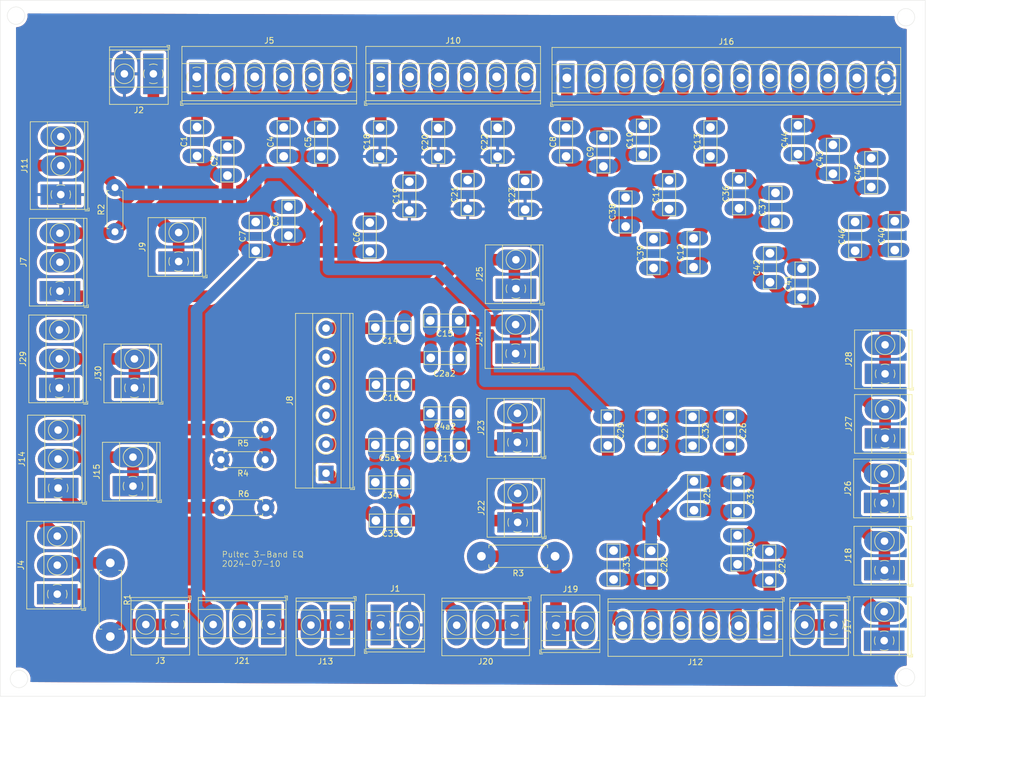
<source format=kicad_pcb>
(kicad_pcb (version 20240108) (generator "pcbnew") (generator_version "8.0")
  (title_block (title "Pultec 3-Band EQ") (date "2024-07-10") (rev "2"))
  (layers (0 "F.Cu" signal) (31 "B.Cu" signal) (34 "B.Paste" user) (35 "F.Paste" user) (36 "B.SilkS" user "B.Silkscreen") (37 "F.SilkS" user "F.Silkscreen") (38 "B.Mask" user) (39 "F.Mask" user) (44 "Edge.Cuts" user))
  (net 0 "")
  (net 1 "Net-(J5-Pin_1)")
  (net 2 "/HI BOOST OUT")
  (net 3 "Net-(J5-Pin_2)")
  (net 4 "Net-(J5-Pin_3)")
  (net 5 "Net-(J5-Pin_4)")
  (net 6 "Net-(J5-Pin_5)")
  (net 7 "Net-(J5-Pin_6)")
  (net 8 "Net-(J10-Pin_1)")
  (net 9 "GND")
  (net 10 "Net-(J10-Pin_2)")
  (net 11 "Net-(J10-Pin_3)")
  (net 12 "Net-(J10-Pin_4)")
  (net 13 "Net-(J10-Pin_5)")
  (net 14 "Net-(J10-Pin_6)")
  (net 15 "/LO BOOST IN")
  (net 16 "Net-(J12-Pin_1)")
  (net 17 "Net-(J12-Pin_2)")
  (net 18 "Net-(J12-Pin_3)")
  (net 19 "Net-(J12-Pin_4)")
  (net 20 "Net-(J12-Pin_5)")
  (net 21 "Net-(J12-Pin_6)")
  (net 22 "/IN")
  (net 23 "/OUT")
  (net 24 "Net-(J3-Pin_1)")
  (net 25 "Net-(J4-Pin_2)")
  (net 26 "Net-(J24-Pin_1)")
  (net 27 "Net-(J8-Pin_5)")
  (net 28 "Net-(J23-Pin_1)")
  (net 29 "Net-(J8-Pin_3)")
  (net 30 "Net-(J22-Pin_1)")
  (net 31 "Net-(J8-Pin_2)")
  (net 32 "Net-(J8-Pin_6)")
  (net 33 "Net-(J25-Pin_1)")
  (net 34 "Net-(J8-Pin_4)")
  (net 35 "Net-(J8-Pin_1)")
  (net 36 "Net-(J19-Pin_1)")
  (net 37 "Net-(J20-Pin_3)")
  (net 38 "Net-(J20-Pin_1)")
  (net 39 "Net-(J16-Pin_1)")
  (net 40 "Net-(J17-Pin_1)")
  (net 41 "Net-(J16-Pin_2)")
  (net 42 "Net-(J16-Pin_3)")
  (net 43 "Net-(J16-Pin_4)")
  (net 44 "Net-(J18-Pin_1)")
  (net 45 "Net-(J16-Pin_5)")
  (net 46 "Net-(J16-Pin_6)")
  (net 47 "Net-(J26-Pin_1)")
  (net 48 "Net-(J16-Pin_7)")
  (net 49 "Net-(J28-Pin_1)")
  (net 50 "Net-(J16-Pin_11)")
  (net 51 "Net-(J16-Pin_8)")
  (net 52 "Net-(J27-Pin_1)")
  (net 53 "Net-(J16-Pin_9)")
  (net 54 "Net-(J16-Pin_10)")
  (net 55 "Net-(J14-Pin_1)")
  (net 56 "Net-(J14-Pin_3)")
  (net 57 "Net-(J14-Pin_2)")
  (net 58 "Net-(J29-Pin_1)")
  (net 59 "/pultec-mid-band/HI BOOST OUT")
  (net 60 "/pultec-mid-band/IN")
  (footprint "OL Library:C_Rect_L7.0mm_W2.0mm_P5.00mm_Fat_Pad" (layer "F.Cu") (at 90.115006 61.3046 90)
    (property "Reference" "C3")
    (property "Value" "4.7n")
  )
  (footprint "OL Library:TerminalBlock_Phoenix_MKDS-1,5-3_1x03_P5.00mm_Horizontal Fat Pad" (layer "F.Cu") (at 129.126 128.4732 180)
    (property "Reference" "J20")
    (property "Value" "Hi  Boost Q")
  )
  (footprint "OL Library:C_Rect_L7.0mm_W2.0mm_P5.00mm_Fat_Pad" (layer "F.Cu") (at 115.943006 47.7412 90)
    (property "Reference" "C20")
    (property "Value" "120n")
  )
  (footprint "TerminalBlock_Phoenix:TerminalBlock_Phoenix_MKDS-1,5-6_1x06_P5.00mm_Horizontal" (layer "F.Cu") (at 96.6018 102.2698 90)
    (property "Reference" "J8")
    (property "Value" "Hi Boost Sel Rtn")
  )
  (footprint "OL Library:C_Rect_L7.0mm_W2.0mm_P5.00mm_Fat_Pad" (layer "F.Cu") (at 173.143806 69.342 90)
    (property "Reference" "C42")
    (property "Value" "1n5")
  )
  (footprint "OL Library:C_Rect_L7.0mm_W2.0mm_P5.00mm_Fat_Pad" (layer "F.Cu") (at 152.668 115.61 -90)
    (property "Reference" "C28")
    (property "Value" "22n")
  )
  (footprint "OL Library:C_Rect_L7.0mm_W2.0mm_P5.00mm_Fat_Pad" (layer "F.Cu") (at 146.183006 115.5992 -90)
    (property "Reference" "C33")
    (property "Value" "2n2")
  )
  (footprint "OL Library:TerminalBlock_Phoenix_MKDS-1,5-3_1x03_P5.00mm_Horizontal Fat Pad" (layer "F.Cu") (at 50.868206 54.2252 90)
    (property "Reference" "J11")
    (property "Value" "Lo Boost Lvl")
  )
  (footprint "OL Library:TerminalBlock_Phoenix_MKDS-1,5-2_1x02_P5.00mm_Horizontal Fat Pad" (layer "F.Cu") (at 129.591 96.9372 90)
    (property "Reference" "J23")
    (property "Value" "200mH")
  )
  (footprint "OL Library:C_Rect_L7.0mm_W2.0mm_P5.00mm_Fat_Pad" (layer "F.Cu") (at 178.579406 71.9836 90)
    (property "Reference" "C41")
    (property "Value" "4n7")
  )
  (footprint "OL Library:C_Rect_L7.0mm_W2.0mm_P5.00mm_Fat_Pad" (layer "F.Cu") (at 74.367006 47.5778 90)
    (property "Reference" "C1")
    (property "Value" "18n")
  )
  (footprint "OL Library:C_Rect_L7.0mm_W2.0mm_P5.00mm_Fat_Pad" (layer "F.Cu") (at 152.787006 92.4852 -90)
    (property "Reference" "C27")
    (property "Value" "22n")
  )
  (footprint "OL Library:TerminalBlock_Phoenix_MKDS-1,5-2_1x02_P5.00mm_Horizontal Fat Pad" (layer "F.Cu") (at 106.0196 128.4224)
    (property "Reference" "J1")
    (property "Value" "IN")
  )
  (footprint "OL Library:C_Rect_L7.0mm_W2.0mm_P5.00mm_Fat_Pad" (layer "F.Cu") (at 160.051406 103.6612 -90)
    (property "Reference" "C25")
    (property "Value" "47n")
  )
  (footprint "OL Library:C_Rect_L7.0mm_W2.0mm_P5.00mm_Fat_Pad" (layer "F.Cu") (at 119.6956 97.4852 180)
    (property "Reference" "C17")
    (property "Value" "1nF")
  )
  (footprint "OL Library:R_Axial_DIN0411_L9.9mm_D3.6mm_P12.70mm_Horizontal Fat Pad" (layer "F.Cu") (at 136.0932 116.586 180)
    (property "Reference" "R3")
    (property "Value" "4K7")
  )
  (footprint "OL Library:C_Rect_L7.0mm_W2.0mm_P5.00mm_Fat_Pad" (layer "F.Cu") (at 155.7528 56.7436 90)
    (property "Reference" "C11")
    (property "Value" "22n")
  )
  (footprint "OL Library:C_Rect_L7.0mm_W2.0mm_P5.00mm_Fat_Pad" (layer "F.Cu") (at 95.758 47.7012 90)
    (property "Reference" "C5")
    (property "Value" "2n2")
  )
  (footprint "OL Library:C_Rect_L7.0mm_W2.0mm_P5.00mm_Fat_Pad" (layer "F.Cu") (at 105.913806 47.6502 90)
    (property "Reference" "C18")
    (property "Value" "330n")
  )
  (footprint "OL Library:C_Rect_L7.0mm_W2.0mm_P5.00mm_Fat_Pad" (layer "F.Cu") (at 173.0248 115.7732 -90)
    (property "Reference" "C24")
    (property "Value" "47n")
  )
  (footprint "OL Library:TerminalBlock_Phoenix_MKDS-1,5-2_1x02_P5.00mm_Horizontal Fat Pad" (layer "F.Cu") (at 66.830206 33.4046 180)
    (property "Reference" "J2")
    (property "Value" "OUT")
  )
  (footprint "OL Library:TerminalBlock_Phoenix_MKDS-1,5-2_1x02_P5.00mm_Horizontal Fat Pad" (layer "F.Cu") (at 71.188206 65.7644 90)
    (property "Reference" "J9")
    (property "Value" "Low Cut Sel Ret")
  )
  (footprint "OL Library:C_Rect_L7.0mm_W2.0mm_P5.00mm_Fat_Pad" (layer "F.Cu") (at 110.196 110.4392 180)
    (property "Reference" "C35")
    (property "Value" "1nF")
  )
  (footprint "OL Library:C_Rect_L7.0mm_W2.0mm_P5.00mm_Fat_Pad" (layer "F.Cu") (at 79.599406 50.9414 90)
    (property "Reference" "C2")
    (property "Value" "10n")
  )
  (footprint "OL Library:TerminalBlock_Phoenix_MKDS-1,5-2_1x02_P5.00mm_Horizontal Fat Pad" (layer "F.Cu") (at 192.8878 118.9844 90)
    (property "Reference" "J18")
    (property "Value" "1H")
  )
  (footprint "OL Library:C_Rect_L7.0mm_W2.0mm_P5.00mm_Fat_Pad" (layer "F.Cu") (at 159.797406 92.536 -90)
    (property "Reference" "C32")
    (property "Value" "10n")
  )
  (footprint "OL Library:TerminalBlock_Phoenix_MKDS-1,5-2_1x02_P5.00mm_Horizontal Fat Pad" (layer "F.Cu") (at 63.568206 87.5576 90)
    (property "Reference" "J30")
    (property "Value" "Mid Sel Snd")
  )
  (footprint "OL Library:C_Rect_L7.0mm_W2.0mm_P5.00mm_Fat_Pad" (layer "F.Cu") (at 110.1052 77.1652 180)
    (property "Reference" "C14")
    (property "Value" "4n7")
  )
  (footprint "OL Library:R_Axial_DIN0207_L6.3mm_D2.5mm_P7.62mm_Horizontal" (layer "F.Cu") (at 60.215406 60.6336 90)
    (property "Reference" "R2")
    (property "Value" "56K")
  )
  (footprint "OL Library:C_Rect_L7.0mm_W2.0mm_P5.00mm_Fat_Pad" (layer "F.Cu") (at 174.0916 58.928 90)
    (property "Reference" "C37")
    (property "Value" "2n2")
  )
  (footprint "OL Library:C_Rect_L7.0mm_W2.0mm_P5.00mm_Fat_Pad" (layer "F.Cu") (at 162.882206 47.6396 90)
    (property "Reference" "C13")
    (property "Value" "12n")
  )
  (footprint "OL Library:TerminalBlock_Phoenix_MKDS-1,5-2_1x02_P5.00mm_Horizontal Fat Pad" (layer "F.Cu") (at 192.8368 107.3912 90)
    (property "Reference" "J26")
    (property "Value" ".45H")
  )
  (footprint "OL Library:C_Rect_L7.0mm_W2.0mm_P5.00mm_Fat_Pad" (layer "F.Cu") (at 148.251806 59.7192 90)
    (property "Reference" "C38")
    (property "Value" "3n3")
  )
  (footprint "OL Library:TerminalBlock_Phoenix_MKDS-1,5-12_1x12_P5.00mm_Horizontal_Fat_Pad" (layer "F.Cu") (at 138.126806 34.1176)
    (property "Reference" "J16")
    (property "Value" "Mid Sel Ret")
  )
  (footprint "OL Library:TerminalBlock_Phoenix_MKDS-1,5-2_1x02_P5.00mm_Horizontal Fat Pad" (layer "F.Cu") (at 184.1208 128.4224 180)
    (property "Reference" "J6" (hide yes))
    (property "Value" "Lo Boost Sel Snd")
  )
  (footprint "OL Library:TerminalBlock_Phoenix_MKDS-1,5-6_1x06_P5.00mm_Horizontal_Fat_Pad" (layer "F.Cu") (at 74.313006 33.9382)
    (property "Reference" "J5")
    (property "Value" "Lo Cut Sel Snd")
  )
  (footprint "OL Library:C_Rect_L7.0mm_W2.0mm_P5.00mm_Fat_Pad" (layer "F.Cu") (at 177.969806 47.2732 90)
    (property "Reference" "C44")
    (property "Value" "2n2")
  )
  (footprint "OL Library:TerminalBlock_Phoenix_MKDS-1,5-2_1x02_P5.00mm_Horizontal Fat Pad" (layer "F.Cu") (at 129.337 70.4596 90)
    (property "Reference" "J25")
    (property "Value" "600mH")
  )
  (footprint "OL Library:C_Rect_L7.0mm_W2.0mm_P5.00mm_Fat_Pad" (layer "F.Cu") (at 110.1052 103.8352 180)
    (property "Reference" "C34")
    (property "Value" "1nF")
  )
  (footprint "OL Library:C_Rect_L7.0mm_W2.0mm_P5.00mm_Fat_Pad" (layer "F.Cu") (at 130.929006 56.8452 90)
    (property "Reference" "C23")
    (property "Value" "33n")
  )
  (footprint "OL Library:C_Rect_L7.0mm_W2.0mm_P5.00mm_Fat_Pad" (layer "F.Cu") (at 183.9976 50.6476 90)
    (property "Reference" "C43")
    (property "Value" "4n7")
  )
  (footprint "OL Library:TerminalBlock_Phoenix_MKDS-1,5-3_1x03_P5.00mm_Horizontal Fat Pad" (layer "F.Cu") (at 50.411006 104.822 90)
    (property "Reference" "J14")
    (property "Value" "Mid bst/cut switch")
  )
  (footprint "OL Library:TerminalBlock_Phoenix_MKDS-1,5-2_1x02_P5.00mm_Horizontal Fat Pad" (layer "F.Cu") (at 192.9894 85.13 90)
    (property "Reference" "J28")
    (property "Value" ".1H")
  )
  (footprint "OL Library:C_Rect_L7.0mm_W2.0mm_P5.00mm_Fat_Pad" (layer "F.Cu") (at 89.302206 47.6394 90)
    (property "Reference" "C4")
    (property "Value" "3n3")
  )
  (footprint "OL Library:C_Rect_L7.0mm_W2.0mm_P5.00mm_Fat_Pad" (layer "F.Cu") (at 167.5524 112.9792 -90)
    (property "Reference" "C30")
    (property "Value" "33n")
  )
  (footprint "OL Library:R_Axial_DIN0207_L6.3mm_D2.5mm_P7.62mm_Horizontal" (layer "F.Cu") (at 86.106 94.742 180)
    (property "Reference" "R5")
    (property "Value" "4K7")
  )
  (footprint "OL Library:C_Rect_L7.0mm_W2.0mm_P5.00mm_Fat_Pad" (layer "F.Cu") (at 144.4244 49.3776 90)
    (property "Reference" "C9")
    (property "Value" "150n")
  )
  (footprint "OL Library:C_Rect_L7.0mm_W2.0mm_P5.00mm_Fat_Pad" (layer "F.Cu") (at 121.023006 56.722 90)
    (property "Reference" "C21")
    (property "Value" "68n")
  )
  (footprint "OL Library:C_Rect_L7.0mm_W2.0mm_P5.00mm_Fat_Pad" (layer "F.Cu") (at 187.825006 63.9356 90)
    (property "Reference" "C46")
    (property "Value" "2n2")
  )
  (footprint "OL Library:C_Rect_L7.0mm_W2.0mm_P5.00mm_Fat_Pad" (layer "F.Cu") (at 151.2316 47.3456 90)
    (property "Reference" "C10")
    (property "Value" "47n")
  )
  (footprint "OL Library:C_Rect_L7.0mm_W2.0mm_P5.00mm_Fat_Pad" (layer "F.Cu") (at 166.249006 92.4852 -90)
    (property "Reference" "C26")
    (property "Value" "47n")
  )
  (footprint "OL Library:TerminalBlock_Phoenix_MKDS-1,5-3_1x03_P5.00mm_Horizontal Fat Pad" (layer "F.Cu") (at 50.614206 87.5576 90)
    (property "Reference" "J29")
    (property "Value" "Mid Lvl (47 Log)")
  )
  (footprint "OL Library:R_Axial_DIN0207_L6.3mm_D2.5mm_P7.62mm_Horizontal" (layer "F.Cu") (at 78.5876 108.204)
    (property "Reference" "R6")
    (property "Value" "1K")
  )
  (footprint "OL Library:TerminalBlock_Phoenix_MKDS-1,5-2_1x02_P5.00mm_Horizontal Fat Pad" (layer "F.Cu") (at 70.527806 128.35 180)
    (property "Reference" "J3")
    (property "Value" "Hi Cut Sel Snd")
  )
  (footprint "OL Library:C_Rect_L7.0mm_W2.0mm_P5.00mm_Fat_Pad" (layer "F.Cu") (at 137.990206 47.6504 90)
    (property "Reference" "C8")
    (property "Value" "33n")
  )
  (footprint "OL Library:TerminalBlock_Phoenix_MKDS-1,5-3_1x03_P5.00mm_Horizontal Fat Pad" (layer "F.Cu") (at 50.258606 123.1176 90)
    (property "Reference" "J4")
    (property "Value" "Hi Cut Lvl")
  )
  (footprint "OL Library:TerminalBlock_Phoenix_MKDS-1,5-2_1x02_P5.00mm_Horizontal Fat Pad" (layer "F.Cu") (at 98.997406 128.4516 180)
    (property "Reference" "J13")
    (property "Value" "Hi Boost Sel Snd")
  )
  (footprint "OL Library:C_Rect_L7.0mm_W2.0mm_P5.00mm_Fat_Pad" (layer "F.Cu") (at 167.5524 103.8352 -90)
    (property "Reference" "C31")
    (property "Value" "10n")
  )
  (footprint "OL Library:TerminalBlock_Phoenix_MKDS-1,5-2_1x02_P5.00mm_Horizontal Fat Pad" (layer "F.Cu") (at 129.6416 110.744 90)
    (property "Reference" "J22")
    (property "Value" "100mH")
  )
  (footprint "OL Library:TerminalBlock_Phoenix_MKDS-1,5-6_1x06_P5.00mm_Horizontal_Fat_Pad" (layer "F.Cu") (at 172.7772 128.5748 180)
    (property "Reference" "J12")
    (property "Value" "Hi Cut Sel Ret")
  )
  (footprint "OL Library:C_Rect_L7.0mm_W2.0mm_P5.00mm_Fat_Pad" (layer "F.Cu") (at 194.6656 63.8048 90)
    (property "Reference" "C40")
    (property "Value" "1n")
  )
  (footprint "OL Library:C_Rect_L7.0mm_W2.0mm_P5.00mm_Fat_Pad" (layer "F.Cu") (at 110.2068 87.0204 180)
    (property "Reference" "C16")
    (property "Value" "3n3")
  )
  (footprint "OL Library:C_Rect_L7.0mm_W2.0mm_P5.00mm_Fat_Pad" (layer "F.Cu") (at 119.594 91.9574 180)
    (property "Reference" "C4a2")
    (property "Value" "1nF")
  )
  (footprint "OL Library:C_Rect_L7.0mm_W2.0mm_P5.00mm_Fat_Pad" (layer "F.Cu") (at 126.183006 47.7012 90)
    (property "Reference" "C22")
    (property "Value" "47n")
  )
  (footprint "OL Library:TerminalBlock_Phoenix_MKDS-1,5-3_1x03_P5.00mm_Horizontal Fat Pad" (layer "F.Cu") (at 50.715806 70.88 90)
    (property "Reference" "J7")
    (property "Value" "Low Cut Lvl")
  )
  (footprint "OL Library:C_Rect_L7.0mm_W2.0mm_P5.00mm_Fat_Pad" (layer "F.Cu") (at 84.476206 63.9462 90)
    (property "Reference" "C7")
    (property "Value" "1n")
  )
  (footprint "OL Library:TerminalBlock_Phoenix_MKDS-1,5-2_1x02_P5.00mm_Horizontal Fat Pad" (layer "F.Cu") (at 136.2456 128.524)
    (property "Reference" "J19")
    (property "Value" "Hi Boost Sel Ret")
  )
  (footprint "OL Library:C_Rect_L7.0mm_W2.0mm_P5.00mm_Fat_Pad" (layer "F.Cu") (at 119.6556 82.3976 180)
    (property "Reference" "C2a2")
    (property "Value" "470pF")
  )
  (footprint "OL Library:C_Rect_L7.0mm_W2.0mm_P5.00mm_Fat_Pad" (layer "F.Cu") (at 167.809806 56.5912 90)
    (property "Reference" "C36")
    (property "Value" "12n")
  )
  (footprint "OL Library:R_Axial_DIN0411_L9.9mm_D3.6mm_P12.70mm_Horizontal Fat Pad" (layer "F.Cu") (at 59.402606 117.7328 -90)
    (property "Reference" "R1")
    (property "Value" "430R")
  )
  (footprint "OL Library:C_Rect_L7.0mm_W2.0mm_P5.00mm_Fat_Pad" (layer "F.Cu") (at 153.077806 66.8928 90)
    (property "Reference" "C39")
    (property "Value" "3n3")
  )
  (footprint "OL Library:C_Rect_L7.0mm_W2.0mm_P5.00mm_Fat_Pad" (layer "F.Cu") (at 145.167006 92.4852 -90)
    (property "Reference" "C29")
    (property "Value" "15n")
  )
  (footprint "OL Library:TerminalBlock_Phoenix_MKDS-1,5-6_1x06_P5.00mm_Horizontal_Fat_Pad" (layer "F.Cu") (at 106.023006 33.9382)
    (property "Reference" "J10")
    (property "Value" "Lo Boost Sel Ret")
  )
  (footprint "OL Library:TerminalBlock_Phoenix_MKDS-1,5-2_1x02_P5.00mm_Horizontal Fat Pad" (layer "F.Cu") (at 192.9892 96.266 90)
    (property "Reference" "J27")
    (property "Value" ".22H")
  )
  (footprint "OL Library:TerminalBlock_Phoenix_MKDS-1,5-2_1x02_P5.00mm_Horizontal Fat Pad" (layer "F.Cu") (at 129.286 81.6356 90)
    (property "Reference" "J24")
    (property "Value" "300mH")
  )
  (footprint "OL Library:C_Rect_L7.0mm_W2.0mm_P5.00mm_Fat_Pad" (layer "F.Cu") (at 110.0944 97.3836 180)
    (property "Reference" "C5a2")
    (property "Value" "1n5")
  )
  (footprint "OL Library:TerminalBlock_Phoenix_MKDS-1,5-2_1x02_P5.00mm_Horizontal Fat Pad" (layer "F.Cu") (at 63.314206 104.4956 90)
    (property "Reference" "J15")
    (property "Value" "Mid Sel Ret")
  )
  (footprint "OL Library:C_Rect_L7.0mm_W2.0mm_P5.00mm_Fat_Pad" (layer "F.Cu") (at 159.9692 66.7512 90)
    (property "Reference" "C12")
    (property "Value" "22n")
  )
  (footprint "OL Library:C_Rect_L7.0mm_W2.0mm_P5.00mm_Fat_Pad" (layer "F.Cu") (at 190.6016 52.9336 90)
    (property "Reference" "C45")
    (property "Value" "4n7")
  )
  (footprint "OL Library:R_Axial_DIN0207_L6.3mm_D2.5mm_P7.62mm_Horizontal" (layer "F.Cu") (at 86.106 99.9236 180)
    (property "Reference" "R4")
    (property "Value" "100K")
  )
  (footprint "OL Library:C_Rect_L7.0mm_W2.0mm_P5.00mm_Fat_Pad" (layer "F.Cu") (at 119.5648 75.946 180)
    (property "Reference" "C15")
    (property "Value" "4n7")
  )
  (footprint "OL Library:TerminalBlock_Phoenix_MKDS-1,5-3_1x03_P5.00mm_Horizontal Fat Pad" (layer "F.Cu") (at 87.139406 128.35 180)
    (property "Reference" "J21")
    (property "Value" "Hi Boost Lvl")
  )
  (footprint "OL Library:TerminalBlock_Phoenix_MKDS-1,5-2_1x02_P5.00mm_Horizontal Fat Pad" (layer "F.Cu") (at 192.8368 131.1364 90)
    (property "Reference" "J17")
    (property "Value" "2H")
  )
  (footprint "OL Library:C_Rect_L7.0mm_W2.0mm_P5.00mm_Fat_Pad" (layer "F.Cu") (at 104.14 64.0588 90)
    (property "Reference" "C6")
    (property "Value" "1n8")
  )
  (footprint "OL Library:C_Rect_L7.0mm_W2.0mm_P5.00mm_Fat_Pad" (layer "F.Cu") (at 110.964606 56.9868 90)
    (property "Reference" "C19")
    (property "Value" "220n")
  )
  (gr_circle (center 43.655231 137.7428) (end 45.155231 137.7428) (stroke (width 0.05)) (fill none) (layer "Edge.Cuts"))
  (gr_circle (center 43.147231 23.368) (end 44.647231 23.368) (stroke (width 0.05)) (fill none) (layer "Edge.Cuts"))
  (gr_circle (center 196.596 23.6488) (end 198.096 23.6488) (stroke (width 0.05)) (fill none) (layer "Edge.Cuts"))
  (gr_circle (center 196.596 137.4648) (end 198.096 137.4648) (stroke (width 0.05)) (fill none) (layer "Edge.Cuts"))
  (gr_rect (start 40.4368 20.7264) (end 199.8984 140.7264) (stroke (width 0.05)) (fill none) (layer "Edge.Cuts"))
  (gr_text "Pultec 3-Band EQ\n2024-07-10" (at 94.3356 119.126 0) (layer "F.Cu") (effects (font (size 1.5 1.5) (thickness 0.3) (bold yes)) (justify left bottom)))
  (gr_text "Pultec 3-Band EQ\n2024-07-10" (at 78.5876 118.4656 0) (layer "F.SilkS") (effects (font (size 1 1) (thickness 0.1)) (justify left bottom)))
  (segment (start 74.367006 33.9922) (end 74.313006 33.9382) (width 2) (layer "F.Cu") (net 1))
  (segment (start 74.367006 42.5778) (end 74.367006 33.9922) (width 2) (layer "F.Cu") (net 1))
  (segment (start 92.919806 64.1094) (end 104.0894 64.1094) (width 2) (layer "F.Cu") (net 2))
  (segment (start 77.139406 128.35) (end 77.139406 126.35) (width 2) (layer "F.Cu") (net 2))
  (segment (start 83.226206 63.9462) (end 84.476206 63.9462) (width 2) (layer "F.Cu") (net 2))
  (segment (start 95.758 47.7012) (end 96.012 47.9552) (width 2) (layer "F.Cu") (net 2))
  (segment (start 50.715806 70.88) (end 51.589406 71.7536) (width 2) (layer "F.Cu") (net 2))
  (segment (start 73.907006 123.1176) (end 50.258606 123.1176) (width 2) (layer "F.Cu") (net 2))
  (segment (start 79.599406 60.3194) (end 83.226206 63.9462) (width 2) (layer "F.Cu") (net 2))
  (segment (start 76.668806 71.7536) (end 84.476206 63.9462) (width 2) (layer "F.Cu") (net 2))
  (segment (start 89.302206 47.6394) (end 95.6962 47.6394) (width 2) (layer "F.Cu") (net 2))
  (segment (start 84.476206 63.9462) (end 87.473406 63.9462) (width 2) (layer "F.Cu") (net 2))
  (segment (start 77.139406 126.35) (end 73.907006 123.1176) (width 2) (layer "F.Cu") (net 2))
  (segment (start 95.6962 47.6394) (end 95.758 47.7012) (width 2) (layer "F.Cu") (net 2))
  (segment (start 51.589406 71.7536) (end 76.668806 71.7536) (width 2) (layer "F.Cu") (net 2))
  (segment (start 91.983806 61.3046) (end 90.115006 61.3046) (width 2) (layer "F.Cu") (net 2))
  (segment (start 79.599406 50.9414) (end 79.599406 60.3194) (width 2) (layer "F.Cu") (net 2))
  (segment (start 87.473406 63.9462) (end 90.115006 61.3046) (width 2) (layer "F.Cu") (net 2))
  (segment (start 96.012 47.9552) (end 96.012 57.276406) (width 2) (layer "F.Cu") (net 2))
  (segment (start 96.012 57.276406) (end 91.983806 61.3046) (width 2) (layer "F.Cu") (net 2))
  (segment (start 90.115006 61.3046) (end 92.919806 64.1094) (width 2) (layer "F.Cu") (net 2))
  (segment (start 104.0894 64.1094) (end 104.14 64.0588) (width 2) (layer "F.Cu") (net 2))
  (segment (start 77.730606 50.9414) (end 79.599406 50.9414) (width 2) (layer "F.Cu") (net 2))
  (segment (start 74.367006 47.5778) (end 77.730606 50.9414) (width 2) (layer "F.Cu") (net 2))
  (segment (start 74.277806 74.1446) (end 84.476206 63.9462) (width 2) (layer "B.Cu") (net 2))
  (segment (start 77.139406 128.35) (end 77.0928 128.35) (width 2) (layer "B.Cu") (net 2))
  (segment (start 77.0928 128.35) (end 74.277806 125.535006) (width 2) (layer "B.Cu") (net 2))
  (segment (start 74.277806 125.535006) (end 74.277806 74.1446) (width 2) (layer "B.Cu") (net 2))
  (segment (start 79.599406 34.2246) (end 79.313006 33.9382) (width 2) (layer "F.Cu") (net 3))
  (segment (start 79.599406 45.9414) (end 79.599406 34.2246) (width 2) (layer "F.Cu") (net 3))
  (segment (start 84.476206 34.1014) (end 84.313006 33.9382) (width 2) (layer "F.Cu") (net 4))
  (segment (start 84.476206 58.9462) (end 84.476206 34.1014) (width 2) (layer "F.Cu") (net 4))
  (segment (start 87.117806 56.3046) (end 90.115006 56.3046) (width 2) (layer "F.Cu") (net 4))
  (segment (start 84.476206 58.9462) (end 87.117806 56.3046) (width 2) (layer "F.Cu") (net 4))
  (segment (start 89.302206 42.6394) (end 89.302206 33.949) (width 2) (layer "F.Cu") (net 5))
  (segment (start 89.302206 33.949) (end 89.313006 33.9382) (width 2) (layer "F.Cu") (net 5))
  (segment (start 94.313006 41.256206) (end 95.758 42.7012) (width 2) (layer "F.Cu") (net 6))
  (segment (start 94.313006 33.9382) (end 94.313006 41.256206) (width 2) (layer "F.Cu") (net 6))
  (segment (start 101.913806 48.789287) (end 104.14 51.015481) (width 2) (layer "F.Cu") (net 7))
  (segment (start 102.0064 36.631594) (end 101.913806 36.724188) (width 2) (layer "F.Cu") (net 7))
  (segment (start 101.913806 36.724188) (end 101.913806 48.789287) (width 2) (layer "F.Cu") (net 7))
  (segment (start 104.14 51.015481) (end 104.14 59.0588) (width 2) (layer "F.Cu") (net 7))
  (segment (start 99.313006 33.9382) (end 102.0064 36.631594) (width 2) (layer "F.Cu") (net 7))
  (segment (start 106.023006 42.541) (end 105.913806 42.6502) (width 2) (layer "F.Cu") (net 8))
  (segment (start 106.023006 33.9382) (end 106.023006 42.541) (width 2) (layer "F.Cu") (net 8))
  (segment (start 109.714606 56.9868) (end 110.964606 56.9868) (width 2) (layer "F.Cu") (net 9))
  (segment (start 111.8108 56.9868) (end 110.964606 56.9868) (width 2) (layer "F.Cu") (net 9))
  (segment (start 111.023006 51.9284) (end 110.964606 51.9868) (width 2) (layer "F.Cu") (net 10))
  (segment (start 111.023006 33.9382) (end 111.023006 51.9284) (width 2) (layer "F.Cu") (net 10))
  (segment (start 116.023006 33.9382) (end 116.023006 42.6612) (width 2) (layer "F.Cu") (net 11))
  (segment (start 116.023006 42.6612) (end 115.943006 42.7412) (width 2) (layer "F.Cu") (net 11))
  (segment (start 121.023006 33.9382) (end 121.023006 51.722) (width 2) (layer "F.Cu") (net 12))
  (segment (start 126.023006 33.9382) (end 126.023006 42.5412) (width 2) (layer "F.Cu") (net 13))
  (segment (start 126.023006 42.5412) (end 126.183006 42.7012) (width 2) (layer "F.Cu") (net 13))
  (segment (start 131.023006 33.9382) (end 131.023006 51.7512) (width 2) (layer "F.Cu") (net 14))
  (segment (start 131.023006 51.7512) (end 130.929006 51.8452) (width 2) (layer "F.Cu") (net 14))
  (segment (start 179.1208 128.4224) (end 179.1208 119.8692) (width 2) (layer "F.Cu") (net 15))
  (segment (start 159.797406 92.536) (end 164.2288 92.536) (width 2) (layer "F.Cu") (net 15))
  (segment (start 168.513406 103.8352) (end 171.176606 101.172) (width 2) (layer "F.Cu") (net 15))
  (segment (start 152.6572 115.5992) (end 146.183006 115.5992) (width 2) (layer "F.Cu") (net 15))
  (segment (start 145.167006 92.4852) (end 152.787006 92.4852) (width 2) (layer "F.Cu") (net 15))
  (segment (start 167.5524 112.9792) (end 169.254594 112.9792) (width 2) (layer "F.Cu") (net 15))
  (segment (start 56.833406 49.2252) (end 50.868206 49.2252) (width 2) (layer "F.Cu") (net 15))
  (segment (start 50.258606 113.1176) (end 44.365806 107.2248) (width 2) (layer "F.Cu") (net 15))
  (segment (start 60.215406 52.6072) (end 56.833406 49.2252) (width 2) (layer "F.Cu") (net 15))
  (segment (start 164.2796 92.4852) (end 166.249006 92.4852) (width 2) (layer "F.Cu") (net 15))
  (segment (start 171.176606 101.172) (end 171.176606 95.664687) (width 2) (layer "F.Cu") (net 15))
  (segment (start 179.1208 119.8692) (end 175.0248 115.7732) (width 2) (layer "F.Cu") (net 15))
  (segment (start 164.2288 92.536) (end 164.2796 92.4852) (width 2) (layer "F.Cu") (net 15))
  (segment (start 167.3784 103.6612) (end 167.5524 103.8352) (width 2) (layer "F.Cu") (net 15))
  (segment (start 145.319406 92.3328) (end 145.167006 92.4852) (width 2) (layer "F.Cu") (net 15))
  (segment (start 169.8892 103.8352) (end 167.5524 103.8352) (width 2) (layer "F.Cu") (net 15))
  (segment (start 167.997119 92.4852) (end 166.249006 92.4852) (width 2) (layer "F.Cu") (net 15))
  (segment (start 44.365806 51.4776) (end 46.618206 49.2252) (width 2) (layer "F.Cu") (net 15))
  (segment (start 171.176606 95.664687) (end 167.997119 92.4852) (width 2) (layer "F.Cu") (net 15))
  (segment (start 152.668 115.61) (end 152.6572 115.5992) (width 2) (layer "F.Cu") (net 15))
  (segment (start 50.868206 44.2252) (end 50.868206 49.2252) (width 2) (layer "F.Cu") (net 15))
  (segment (start 173.0248 115.7732) (end 170.2308 112.9792) (width 2) (layer "F.Cu") (net 15))
  (segment (start 160.051406 103.6612) (end 167.3784 103.6612) (width 2) (layer "F.Cu") (net 15))
  (segment (start 167.5524 103.8352) (end 168.513406 103.8352) (width 2) (layer "F.Cu") (net 15))
  (segment (start 175.0248 115.7732) (end 173.0248 115.7732) (width 2) (layer "F.Cu") (net 15))
  (segment (start 184.1208 128.4224) (end 179.1208 128.4224) (width 2) (layer "F.Cu") (net 15))
  (segment (start 172.1752 110.058594) (end 172.1752 106.1212) (width 2) (layer "F.Cu") (net 15))
  (segment (start 152.837806 92.536) (end 159.797406 92.536) (width 2) (layer "F.Cu") (net 15))
  (segment (start 152.787006 92.4852) (end 152.837806 92.536) (width 2) (layer "F.Cu") (net 15))
  (segment (start 44.365806 107.2248) (end 44.365806 51.4776) (width 2) (layer "F.Cu") (net 15))
  (segment (start 169.254594 112.9792) (end 172.1752 110.058594) (width 2) (layer "F.Cu") (net 15))
  (segment (start 46.618206 49.2252) (end 50.868206 49.2252) (width 2) (layer "F.Cu") (net 15))
  (segment (start 170.2308 112.9792) (end 167.5524 112.9792) (width 2) (layer "F.Cu") (net 15))
  (segment (start 172.1752 106.1212) (end 169.8892 103.8352) (width 2) (layer "F.Cu") (net 15))
  (segment (start 60.215406 53.0136) (end 60.215406 52.6072) (width 2) (layer "F.Cu") (net 15))
  (segment (start 89.343093 50.3936) (end 85.9934 50.3936) (width 2) (layer "B.Cu") (net 15))
  (segment (start 158.801406 103.6612) (end 160.051406 103.6612) (width 2) (layer "B.Cu") (net 15))
  (segment (start 139.079406 86.3976) (end 124.016513 86.3976) (width 2) (layer "B.Cu") (net 15))
  (segment (start 115.864687 67.1068) (end 97.044012 67.1068) (width 2) (layer "B.Cu") (net 15))
  (segment (start 124.016513 86.3976) (end 124.016513 75.258626) (width 2) (layer "B.Cu") (net 15))
  (segment (start 97.044012 67.1068) (end 97.044012 58.094519) (width 2) (layer "B.Cu") (net 15))
  (segment (start 174.478606 115.8024) (end 174.173806 115.8024) (width 2) (layer "B.Cu") (net 15))
  (segment (start 152.668 109.794606) (end 158.801406 103.6612) (width 2) (layer "B.Cu") (net 15))
  (segment (start 124.016513 75.258626) (end 115.864687 67.1068) (width 2) (layer "B.Cu") (net 15))
  (segment (start 97.044012 58.094519) (end 89.343093 50.3936) (width 2) (layer "B.Cu") (net 15))
  (segment (start 145.167006 92.4852) (end 139.079406 86.3976) (width 2) (layer "B.Cu") (net 15))
  (segment (start 60.88 53.0136) (end 60.215406 53.0136) (width 2) (layer "B.Cu") (net 15))
  (segment (start 152.668 115.61) (end 152.668 109.794606) (width 2) (layer "B.Cu") (net 15))
  (segment (start 62.0578 54.1914) (end 60.88 53.0136) (width 2) (layer "B.Cu") (net 15))
  (segment (start 82.1956 54.1914) (end 62.0578 54.1914) (width 2) (layer "B.Cu") (net 15))
  (segment (start 85.9934 50.3936) (end 82.1956 54.1914) (width 2) (layer "B.Cu") (net 15))
  (segment (start 173.0248 128.3272) (end 172.7772 128.5748) (width 2) (layer "F.Cu") (net 16))
  (segment (start 167.5524 117.9792) (end 170.3464 120.7732) (width 2) (layer "F.Cu") (net 16))
  (segment (start 170.3464 120.7732) (end 173.0248 120.7732) (width 2) (layer "F.Cu") (net 16))
  (segment (start 173.0248 120.7732) (end 173.0248 128.3272) (width 2) (layer "F.Cu") (net 16))
  (segment (start 167.2956 128.0932) (end 167.2956 123.568594) (width 2) (layer "F.Cu") (net 17))
  (segment (start 163.0524 111.633006) (end 165.850206 108.8352) (width 2) (layer "F.Cu") (net 17))
  (segment (start 163.0524 119.325394) (end 163.0524 111.633006) (width 2) (layer "F.Cu") (net 17))
  (segment (start 164.9908 108.6612) (end 160.051406 108.6612) (width 2) (layer "F.Cu") (net 17))
  (segment (start 167.2956 123.568594) (end 163.0524 119.325394) (width 2) (layer "F.Cu") (net 17))
  (segment (start 165.850206 108.8352) (end 167.5524 108.8352) (width 2) (layer "F.Cu") (net 17))
  (segment (start 165.1648 108.8352) (end 164.9908 108.6612) (width 2) (layer "F.Cu") (net 17))
  (segment (start 167.7772 128.5748) (end 167.2956 128.0932) (width 2) (layer "F.Cu") (net 17))
  (segment (start 167.5524 108.8352) (end 165.1648 108.8352) (width 2) (layer "F.Cu") (net 17))
  (segment (start 166.249006 99.7204) (end 166.249006 97.4852) (width 2) (layer "F.Cu") (net 18))
  (segment (start 160.0524 114.319779) (end 154.474206 108.741585) (width 2) (layer "F.Cu") (net 18))
  (segment (start 157.714606 100.7656) (end 165.203806 100.7656) (width 2) (layer "F.Cu") (net 18))
  (segment (start 160.0524 120.568034) (end 160.0524 114.319779) (width 2) (layer "F.Cu") (net 18))
  (segment (start 154.474206 104.006) (end 157.714606 100.7656) (width 2) (layer "F.Cu") (net 18))
  (segment (start 162.7772 128.5748) (end 162.7772 123.292834) (width 2) (layer "F.Cu") (net 18))
  (segment (start 154.474206 108.741585) (end 154.474206 104.006) (width 2) (layer "F.Cu") (net 18))
  (segment (start 165.203806 100.7656) (end 166.249006 99.7204) (width 2) (layer "F.Cu") (net 18))
  (segment (start 162.7772 123.292834) (end 160.0524 120.568034) (width 2) (layer "F.Cu") (net 18))
  (segment (start 157.0524 114.855313) (end 151.974206 109.777119) (width 2) (layer "F.Cu") (net 19))
  (segment (start 157.7772 128.5748) (end 157.7772 122.535475) (width 2) (layer "F.Cu") (net 19))
  (segment (start 157.7772 122.535475) (end 157.0524 121.810675) (width 2) (layer "F.Cu") (net 19))
  (segment (start 151.974206 109.777119) (end 151.974206 102.970466) (width 2) (layer "F.Cu") (net 19))
  (segment (start 157.408672 97.536) (end 159.797406 97.536) (width 2) (layer "F.Cu") (net 19))
  (segment (start 157.4432 97.4852) (end 152.787006 97.4852) (width 2) (layer "F.Cu") (net 19))
  (segment (start 151.974206 102.970466) (end 157.408672 97.536) (width 2) (layer "F.Cu") (net 19))
  (segment (start 159.797406 97.536) (end 157.494 97.536) (width 2) (layer "F.Cu") (net 19))
  (segment (start 157.494 97.536) (end 157.4432 97.4852) (width 2) (layer "F.Cu") (net 19))
  (segment (start 157.0524 121.810675) (end 157.0524 114.855313) (width 2) (layer "F.Cu") (net 19))
  (segment (start 152.668 120.61) (end 151.7428 120.61) (width 2) (layer "F.Cu") (net 20))
  (segment (start 151.732 120.5992) (end 146.183006 120.5992) (width 2) (layer "F.Cu") (net 20))
  (segment (start 152.7772 128.5748) (end 152.7772 120.7192) (width 2) (layer "F.Cu") (net 20))
  (segment (start 152.7772 120.7192) (end 152.668 120.61) (width 2) (layer "F.Cu") (net 20))
  (segment (start 151.7428 120.61) (end 151.732 120.5992) (width 2) (layer "F.Cu") (net 20))
  (segment (start 141.407806 122.205406) (end 141.407806 109.989588) (width 2) (layer "F.Cu") (net 21))
  (segment (start 145.167006 106.230388) (end 145.167006 97.4852) (width 2) (layer "F.Cu") (net 21))
  (segment (start 147.7772 128.5748) (end 141.407806 122.205406) (width 2) (layer "F.Cu") (net 21))
  (segment (start 141.407806 109.989588) (end 145.167006 106.230388) (width 2) (layer "F.Cu") (net 21))
  (segment (start 106.0196 128.4224) (end 99.026606 128.4224) (width 2) (layer "F.Cu") (net 22))
  (segment (start 93.895806 128.35) (end 93.997406 128.4516) (width 2) (layer "F.Cu") (net 22))
  (segment (start 87.139406 128.35) (end 93.895806 128.35) (width 2) (layer "F.Cu") (net 22))
  (segment (start 99.026606 128.4224) (end 98.997406 128.4516) (width 2) (layer "F.Cu") (net 22))
  (segment (start 98.997406 128.4516) (end 93.997406 128.4516) (width 2) (layer "F.Cu") (net 22))
  (segment (start 71.188206 65.7644) (end 71.188206 60.7644) (width 2) (layer "F.Cu") (net 23))
  (segment (start 71.188206 60.7644) (end 70.150606 60.7644) (width 2) (layer "F.Cu") (net 23))
  (segment (start 59.969006 60.88) (end 60.215406 60.6336) (width 2) (layer "F.Cu") (net 23))
  (segment (start 50.715806 60.88) (end 59.969006 60.88) (width 2) (layer "F.Cu") (net 23))
  (segment (start 60.215406 60.6336) (end 65.117606 55.7314) (width 2) (layer "F.Cu") (net 23))
  (segment (start 65.117606 55.7314) (end 66.830206 54.0188) (width 2) (layer "F.Cu") (net 23))
  (segment (start 66.830206 54.0188) (end 66.830206 33.4046) (width 2) (layer "F.Cu") (net 23))
  (segment (start 70.150606 60.7644) (end 65.117606 55.7314) (width 2) (layer "F.Cu") (net 23))
  (segment (start 50.715806 65.88) (end 50.715806 60.88) (width 2) (layer "F.Cu") (net 23))
  (segment (start 70.527806 128.35) (end 65.527806 128.35) (width 2) (layer "F.Cu") (net 24))
  (segment (start 65.527806 128.35) (end 61.485406 128.35) (width 2) (layer "F.Cu") (net 24))
  (segment (start 61.485406 128.35) (end 59.402606 130.4328) (width 2) (layer "F.Cu") (net 24))
  (segment (start 70.527806 128.35) (end 70.527806 128.100194) (width 2) (layer "B.Cu") (net 24))
  (segment (start 70.527806 128.100194) (end 70.612 128.016) (width 2) (layer "B.Cu") (net 24))
  (segment (start 59.402606 117.7328) (end 50.643406 117.7328) (width 2) (layer "F.Cu") (net 25))
  (segment (start 50.643406 117.7328) (end 50.258606 118.1176) (width 2) (layer "F.Cu") (net 25))
  (segment (start 119.6556 82.3976) (end 119.6556 76.0368) (width 2) (layer "F.Cu") (net 26))
  (segment (start 128.5964 75.946) (end 129.286 76.6356) (width 2) (layer "F.Cu") (net 26))
  (segment (start 110.2068 87.0204) (end 117.0328 87.0204) (width 2) (layer "F.Cu") (net 26))
  (segment (start 119.5648 75.946) (end 128.5964 75.946) (width 2) (layer "F.Cu") (net 26))
  (segment (start 117.0328 87.0204) (end 119.6556 84.3976) (width 2) (layer "F.Cu") (net 26))
  (segment (start 119.6556 84.3976) (end 119.6556 82.3976) (width 2) (layer "F.Cu") (net 26))
  (segment (start 129.286 76.6356) (end 129.286 81.6356) (width 2) (layer "F.Cu") (net 26))
  (segment (start 119.6556 76.0368) (end 119.5648 75.946) (width 2) (layer "F.Cu") (net 26))
  (segment (start 114.5324 82.2744) (end 114.6556 82.3976) (width 2) (layer "F.Cu") (net 27))
  (segment (start 114.6556 82.3976) (end 114.6556 76.0368) (width 2) (layer "F.Cu") (net 27))
  (segment (start 96.6064 82.2744) (end 114.5324 82.2744) (width 2) (layer "F.Cu") (net 27))
  (segment (start 114.6556 76.0368) (end 114.5648 75.946) (width 2) (layer "F.Cu") (net 27))
  (segment (start 96.6018 82.2698) (end 96.6064 82.2744) (width 2) (layer "F.Cu") (net 27))
  (segment (start 119.594 91.9574) (end 119.594 97.3836) (width 2) (layer "F.Cu") (net 28))
  (segment (start 119.594 97.3836) (end 119.6956 97.4852) (width 2) (layer "F.Cu") (net 28))
  (segment (start 129.591 91.9372) (end 129.591 96.9372) (width 2) (layer "F.Cu") (net 28))
  (segment (start 129.043 97.4852) (end 129.591 96.9372) (width 2) (layer "F.Cu") (net 28))
  (segment (start 119.6956 97.4852) (end 129.043 97.4852) (width 2) (layer "F.Cu") (net 28))
  (segment (start 96.6064 92.2744) (end 114.277 92.2744) (width 2) (layer "F.Cu") (net 29))
  (segment (start 114.594 91.9574) (end 114.594 97.3836) (width 2) (layer "F.Cu") (net 29))
  (segment (start 96.6018 92.2698) (end 96.6064 92.2744) (width 2) (layer "F.Cu") (net 29))
  (segment (start 114.277 92.2744) (end 114.594 91.9574) (width 2) (layer "F.Cu") (net 29))
  (segment (start 114.594 97.3836) (end 114.6956 97.4852) (width 2) (layer "F.Cu") (net 29))
  (segment (start 110.1052 110.3484) (end 110.196 110.4392) (width 2) (layer "F.Cu") (net 30))
  (segment (start 110.196 110.4392) (end 129.3368 110.4392) (width 2) (layer "F.Cu") (net 30))
  (segment (start 110.0944 97.3836) (end 110.0944 103.8244) (width 2) (layer "F.Cu") (net 30))
  (segment (start 129.6416 110.744) (end 129.6416 105.744) (width 2) (layer "F.Cu") (net 30))
  (segment (start 110.1052 103.8352) (end 110.1052 110.3484) (width 2) (layer "F.Cu") (net 30))
  (segment (start 129.3368 110.4392) (end 129.6416 110.744) (width 2) (layer "F.Cu") (net 30))
  (segment (start 110.0944 103.8244) (end 110.1052 103.8352) (width 2) (layer "F.Cu") (net 30))
  (segment (start 96.6064 97.2744) (end 104.9852 97.2744) (width 2) (layer "F.Cu") (net 31))
  (segment (start 105.0944 97.3836) (end 105.0944 103.8244) (width 2) (layer "F.Cu") (net 31))
  (segment (start 105.0944 103.8244) (end 105.1052 103.8352) (width 2) (layer "F.Cu") (net 31))
  (segment (start 104.9852 97.2744) (end 105.0944 97.3836) (width 2) (layer "F.Cu") (net 31))
  (segment (start 96.6018 97.2698) (end 96.6064 97.2744) (width 2) (layer "F.Cu") (net 31))
  (segment (start 96.6018 77.2698) (end 96.6064 77.2744) (width 2) (layer "F.Cu") (net 32))
  (segment (start 96.6064 77.2744) (end 104.996 77.2744) (width 2) (layer "F.Cu") (net 32))
  (segment (start 104.996 77.2744) (end 105.1052 77.1652) (width 2) (layer "F.Cu") (net 32))
  (segment (start 129.0828 65.4596) (end 129.0828 70.4596) (width 2) (layer "F.Cu") (net 33))
  (segment (start 110.1052 75.1652) (end 119.8108 65.4596) (width 2) (layer "F.Cu") (net 33))
  (segment (start 119.8108 65.4596) (end 129.337 65.4596) (width 2) (layer "F.Cu") (net 33))
  (segment (start 110.1052 77.1652) (end 110.1052 75.1652) (width 2) (layer "F.Cu") (net 33))
  (segment (start 105.2068 87.0204) (end 96.8512 87.0204) (width 2) (layer "F.Cu") (net 34))
  (segment (start 96.8512 87.0204) (end 96.6018 87.2698) (width 2) (layer "F.Cu") (net 34))
  (segment (start 97.0266 102.2698) (end 105.196 110.4392) (width 2) (layer "F.Cu") (net 35))
  (segment (start 96.6018 102.2698) (end 97.0266 102.2698) (width 2) (layer "F.Cu") (net 35))
  (segment (start 136.0932 116.586) (end 136.2456 116.4336) (width 2) (layer "F.Cu") (net 36))
  (segment (start 141.2456 128.524) (end 136.2456 128.524) (width 2) (layer "F.Cu") (net 36))
  (segment (start 136.2456 116.4336) (end 136.2456 128.524) (width 2) (layer "F.Cu") (net 36))
  (segment (start 84.228606 122.0108) (end 82.139406 124.1) (width 2) (layer "F.Cu") (net 37))
  (segment (start 119.126 126.4732) (end 114.6636 122.0108) (width 2) (layer "F.Cu") (net 37))
  (segment (start 114.6636 122.0108) (end 84.228606 122.0108) (width 2) (layer "F.Cu") (net 37))
  (segment (start 82.139406 124.1) (end 82.139406 128.35) (width 2) (layer "F.Cu") (net 37))
  (segment (start 119.126 128.4732) (end 119.126 126.4732) (width 2) (layer "F.Cu") (net 37))
  (segment (start 129.126 128.4732) (end 124.126 128.4732) (width 2) (layer "F.Cu") (net 38))
  (segment (start 131.5352 119.648) (end 128.4732 116.586) (width 2) (layer "F.Cu") (net 38))
  (segment (start 128.4732 116.586) (end 123.3932 116.586) (width 2) (layer "F.Cu") (net 38))
  (segment (start 131.5352 119.648) (end 131.5352 126.064) (width 2) (layer "F.Cu") (net 38))
  (segment (start 131.5352 126.064) (end 129.126 128.4732) (width 2) (layer "F.Cu") (net 38))
  (segment (start 138.126806 34.1176) (end 138.126806 42.5138) (width 2) (layer "F.Cu") (net 39))
  (segment (start 138.126806 42.5138) (end 137.990206 42.6504) (width 2) (layer "F.Cu") (net 39))
  (segment (start 148.495006 47.3456) (end 146.463006 49.3776) (width 2) (layer "F.Cu") (net 40))
  (segment (start 139.717406 49.3776) (end 144.4244 49.3776) (width 2) (layer "F.Cu") (net 40))
  (segment (start 192.0748 126.4412) (end 174.6752 109.0416) (width 2) (layer "F.Cu") (net 40))
  (segment (start 144.251806 55.858287) (end 148.112719 59.7192) (width 2) (layer "F.Cu") (net 40))
  (segment (start 192.8368 131.1364) (end 192.8368 126.1364) (width 2) (layer "F.Cu") (net 40))
  (segment (start 148.112719 59.7192) (end 148.251806 59.7192) (width 2) (layer "F.Cu") (net 40))
  (segment (start 148.251806 67.205887) (end 148.251806 59.7192) (width 2) (layer "F.Cu") (net 40))
  (segment (start 192.8368 126.1364) (end 192.3796 126.1364) (width 2) (layer "F.Cu") (net 40))
  (segment (start 146.463006 49.3776) (end 144.4244 49.3776) (width 2) (layer "F.Cu") (net 40))
  (segment (start 192.3796 126.1364) (end 192.0748 126.4412) (width 2) (layer "F.Cu") (net 40))
  (segment (start 144.4244 49.3776) (end 144.251806 49.550194) (width 2) (layer "F.Cu") (net 40))
  (segment (start 174.6752 109.0416) (end 174.6752 93.629281) (width 2) (layer "F.Cu") (net 40))
  (segment (start 174.6752 93.629281) (end 148.251806 67.205887) (width 2) (layer "F.Cu") (net 40))
  (segment (start 150.001806 57.9692) (end 154.5272 57.9692) (width 2) (layer "F.Cu") (net 40))
  (segment (start 154.5272 57.9692) (end 155.7528 56.7436) (width 2) (layer "F.Cu") (net 40))
  (segment (start 137.990206 47.6504) (end 139.717406 49.3776) (width 2) (layer "F.Cu") (net 40))
  (segment (start 151.2316 47.3456) (end 148.495006 47.3456) (width 2) (layer "F.Cu") (net 40))
  (segment (start 144.251806 49.550194) (end 144.251806 55.858287) (width 2) (layer "F.Cu") (net 40))
  (segment (start 148.251806 59.7192) (end 150.001806 57.9692) (width 2) (layer "F.Cu") (net 40))
  (segment (start 143.126806 43.080006) (end 144.4244 44.3776) (width 2) (layer "F.Cu") (net 41))
  (segment (start 143.126806 34.1176) (end 143.126806 43.080006) (width 2) (layer "F.Cu") (net 41))
  (segment (start 148.126806 39.240806) (end 151.2316 42.3456) (width 2) (layer "F.Cu") (net 42))
  (segment (start 148.126806 34.1176) (end 148.126806 39.240806) (width 2) (layer "F.Cu") (net 42))
  (segment (start 155.4988 51.4896) (end 155.7528 51.7436) (width 2) (layer "F.Cu") (net 43))
  (segment (start 155.4988 36.489594) (end 155.4988 51.4896) (width 2) (layer "F.Cu") (net 43))
  (segment (start 153.126806 34.1176) (end 155.4988 36.489594) (width 2) (layer "F.Cu") (net 43))
  (segment (start 155.7528 51.7436) (end 151.227406 51.7436) (width 2) (layer "F.Cu") (net 43))
  (segment (start 151.227406 51.7436) (end 148.251806 54.7192) (width 2) (layer "F.Cu") (net 43))
  (segment (start 155.476206 66.8928) (end 155.617806 66.7512) (width 2) (layer "F.Cu") (net 44))
  (segment (start 160.108287 66.7512) (end 159.9692 66.7512) (width 2) (layer "F.Cu") (net 44))
  (segment (start 177.1752 100.0218) (end 177.1752 90.990194) (width 2) (layer "F.Cu") (net 44))
  (segment (start 153.077806 66.8928) (end 155.476206 66.8928) (width 2) (layer "F.Cu") (net 44))
  (segment (start 191.1378 113.9844) (end 177.1752 100.0218) (width 2) (layer "F.Cu") (net 44))
  (segment (start 177.1752 90.990194) (end 153.077806 66.8928) (width 2) (layer "F.Cu") (net 44))
  (segment (start 192.8878 113.9844) (end 191.1378 113.9844) (width 2) (layer "F.Cu") (net 44))
  (segment (start 163.9692 57.889681) (end 163.9692 62.890287) (width 2) (layer "F.Cu") (net 44))
  (segment (start 162.882206 47.6396) (end 162.882206 56.802687) (width 2) (layer "F.Cu") (net 44))
  (segment (start 163.9692 62.890287) (end 160.108287 66.7512) (width 2) (layer "F.Cu") (net 44))
  (segment (start 162.882206 56.802687) (end 163.9692 57.889681) (width 2) (layer "F.Cu") (net 44))
  (segment (start 155.617806 66.7512) (end 159.9692 66.7512) (width 2) (layer "F.Cu") (net 44))
  (segment (start 192.8878 118.9844) (end 192.8878 113.9844) (width 2) (layer "F.Cu") (net 44))
  (segment (start 160.382206 50.278687) (end 160.382206 57.838221) (width 2) (layer "F.Cu") (net 45))
  (segment (start 154.630012 61.8928) (end 153.077806 61.8928) (width 2) (layer "F.Cu") (net 45))
  (segment (start 161.4692 60.2512) (end 159.9692 61.7512) (width 2) (layer "F.Cu") (net 45))
  (segment (start 161.4692 58.925215) (end 161.4692 60.2512) (width 2) (layer "F.Cu") (net 45))
  (segment (start 154.771612 61.7512) (end 154.630012 61.8928) (width 2) (layer "F.Cu") (net 45))
  (segment (start 160.382206 57.838221) (end 161.4692 58.925215) (width 2) (layer "F.Cu") (net 45))
  (segment (start 159.9692 61.7512) (end 154.771612 61.7512) (width 2) (layer "F.Cu") (net 45))
  (segment (start 158.126806 48.023287) (end 160.382206 50.278687) (width 2) (layer "F.Cu") (net 45))
  (segment (start 158.126806 34.1176) (end 158.126806 48.023287) (width 2) (layer "F.Cu") (net 45))
  (segment (start 163.126806 34.1176) (end 163.126806 42.395) (width 2) (layer "F.Cu") (net 46))
  (segment (start 163.126806 42.395) (end 162.882206 42.6396) (width 2) (layer "F.Cu") (net 46))
  (segment (start 171.893806 69.342) (end 167.809806 65.258) (width 2) (layer "F.Cu") (net 47))
  (segment (start 175.785406 71.9836) (end 178.579406 71.9836) (width 2) (layer "F.Cu") (net 47))
  (segment (start 167.809806 65.258) (end 167.809806 56.5912) (width 2) (layer "F.Cu") (net 47))
  (segment (start 173.143806 69.342) (end 175.785406 71.9836) (width 2) (layer "F.Cu") (net 47))
  (segment (start 179.7812 73.185394) (end 178.579406 71.9836) (width 2) (layer "F.Cu") (net 47))
  (segment (start 190.8644 102.3912) (end 179.7812 91.308) (width 2) (layer "F.Cu") (net 47))
  (segment (start 192.8368 102.3912) (end 190.8644 102.3912) (width 2) (layer "F.Cu") (net 47))
  (segment (start 179.7812 91.308) (end 179.7812 73.185394) (width 2) (layer "F.Cu") (net 47))
  (segment (start 173.143806 69.342) (end 171.893806 69.342) (width 2) (layer "F.Cu") (net 47))
  (segment (start 167.809806 56.5912) (end 170.146606 58.928) (width 2) (layer "F.Cu") (net 47))
  (segment (start 170.146606 58.928) (end 174.0916 58.928) (width 2) (layer "F.Cu") (net 47))
  (segment (start 192.8368 107.3912) (end 192.8368 102.3912) (width 2) (layer "F.Cu") (net 47))
  (segment (start 168.126806 51.2742) (end 167.809806 51.5912) (width 2) (layer "F.Cu") (net 48))
  (segment (start 168.126806 34.1176) (end 168.126806 51.2742) (width 2) (layer "F.Cu") (net 48))
  (segment (start 171.670606 53.928) (end 174.0916 53.928) (width 2) (layer "F.Cu") (net 48))
  (segment (start 167.809806 51.5912) (end 169.333806 51.5912) (width 2) (layer "F.Cu") (net 48))
  (segment (start 169.333806 51.5912) (end 171.670606 53.928) (width 2) (layer "F.Cu") (net 48))
  (segment (start 192.9894 69.099994) (end 187.825006 63.9356) (width 2) (layer "F.Cu") (net 49))
  (segment (start 192.9894 85.13) (end 192.9894 80.13) (width 2) (layer "F.Cu") (net 49))
  (segment (start 192.9894 80.13) (end 192.9894 69.099994) (width 2) (layer "F.Cu") (net 49))
  (segment (start 194.5348 63.9356) (end 187.825006 63.9356) (width 2) (layer "F.Cu") (net 49))
  (segment (start 194.6656 63.8048) (end 194.5348 63.9356) (width 2) (layer "F.Cu") (net 49))
  (segment (start 188.126806 40.502006) (end 192.8084 45.1836) (width 2) (layer "F.Cu") (net 50))
  (segment (start 194.5348 58.9356) (end 187.825006 58.9356) (width 2) (layer "F.Cu") (net 50))
  (segment (start 194.6656 46.705281) (end 194.6656 58.8048) (width 2) (layer "F.Cu") (net 50))
  (segment (start 188.126806 34.1176) (end 188.126806 40.502006) (width 2) (layer "F.Cu") (net 50))
  (segment (start 194.6656 58.8048) (end 194.5348 58.9356) (width 2) (layer "F.Cu") (net 50))
  (segment (start 187.825006 58.9356) (end 189.857006 58.9356) (width 2) (layer "F.Cu") (net 50))
  (segment (start 192.8084 45.1836) (end 193.143919 45.1836) (width 2) (layer "F.Cu") (net 50))
  (segment (start 189.857006 58.9356) (end 189.987806 58.8048) (width 2) (layer "F.Cu") (net 50))
  (segment (start 193.143919 45.1836) (end 194.6656 46.705281) (width 2) (layer "F.Cu") (net 50))
  (segment (start 189.987806 58.8048) (end 194.6656 58.8048) (width 2) (layer "F.Cu") (net 50))
  (segment (start 175.937806 64.342) (end 178.579406 66.9836) (width 2) (layer "F.Cu") (net 51))
  (segment (start 173.126806 47.569287) (end 175.580719 50.0232) (width 2) (layer "F.Cu") (net 51))
  (segment (start 177.184272 50.0232) (end 179.4764 52.315328) (width 2) (layer "F.Cu") (net 51))
  (segment (start 173.126806 34.1176) (end 173.126806 47.569287) (width 2) (layer "F.Cu") (net 51))
  (segment (start 179.4764 61.0616) (end 176.196 64.342) (width 2) (layer "F.Cu") (net 51))
  (segment (start 175.580719 50.0232) (end 177.184272 50.0232) (width 2) (layer "F.Cu") (net 51))
  (segment (start 176.196 64.342) (end 173.143806 64.342) (width 2) (layer "F.Cu") (net 51))
  (segment (start 179.4764 52.315328) (end 179.4764 61.0616) (width 2) (layer "F.Cu") (net 51))
  (segment (start 173.143806 64.342) (end 175.937806 64.342) (width 2) (layer "F.Cu") (net 51))
  (segment (start 181.344206 50.6476) (end 183.9976 50.6476) (width 2) (layer "F.Cu") (net 52))
  (segment (start 183.9976 50.811794) (end 183.9976 50.6476) (width 2) (layer "F.Cu") (net 52))
  (segment (start 177.969806 47.2732) (end 181.344206 50.6476) (width 2) (layer "F.Cu") (net 52))
  (segment (start 188.687919 52.9336) (end 190.6016 52.9336) (width 2) (layer "F.Cu") (net 52))
  (segment (start 191.2392 91.266) (end 183.825006 83.851806) (width 2) (layer "F.Cu") (net 52))
  (segment (start 192.9892 96.266) (end 192.9892 91.266) (width 2) (layer "F.Cu") (net 52))
  (segment (start 186.119406 52.9336) (end 183.9976 50.811794) (width 2) (layer "F.Cu") (net 52))
  (segment (start 190.6016 52.9336) (end 186.119406 52.9336) (width 2) (layer "F.Cu") (net 52))
  (segment (start 192.9892 91.266) (end 191.2392 91.266) (width 2) (layer "F.Cu") (net 52))
  (segment (start 183.825006 57.796513) (end 188.687919 52.9336) (width 2) (layer "F.Cu") (net 52))
  (segment (start 183.825006 83.851806) (end 183.825006 57.796513) (width 2) (layer "F.Cu") (net 52))
  (segment (start 183.833406 45.6476) (end 180.459006 42.2732) (width 2) (layer "F.Cu") (net 53))
  (segment (start 177.969806 42.2732) (end 177.969806 34.2746) (width 2) (layer "F.Cu") (net 53))
  (segment (start 180.459006 42.2732) (end 177.969806 42.2732) (width 2) (layer "F.Cu") (net 53))
  (segment (start 177.969806 34.2746) (end 178.126806 34.1176) (width 2) (layer "F.Cu") (net 53))
  (segment (start 183.9976 45.6476) (end 183.833406 45.6476) (width 2) (layer "F.Cu") (net 53))
  (segment (start 183.126806 39.094806) (end 183.126806 34.1176) (width 2) (layer "F.Cu") (net 54))
  (segment (start 188.079006 45.411006) (end 188.079006 44.047006) (width 2) (layer "F.Cu") (net 54))
  (segment (start 188.079006 44.047006) (end 183.126806 39.094806) (width 2) (layer "F.Cu") (net 54))
  (segment (start 190.6016 47.9336) (end 188.079006 45.411006) (width 2) (layer "F.Cu") (net 54))
  (segment (start 53.834606 108.2456) (end 50.411006 104.822) (width 2) (layer "F.Cu") (net 55))
  (segment (start 74.916467 108.204) (end 74.874867 108.2456) (width 2) (layer "F.Cu") (net 55))
  (segment (start 78.5876 108.204) (end 74.916467 108.204) (width 2) (layer "F.Cu") (net 55))
  (segment (start 74.874867 108.2456) (end 53.834606 108.2456) (width 2) (layer "F.Cu") (net 55))
  (segment (start 65.773907 94.742) (end 78.486 94.742) (width 2) (layer "F.Cu") (net 56))
  (segment (start 50.411006 94.822) (end 65.693907 94.822) (width 2) (layer "F.Cu") (net 56))
  (segment (start 65.693907 94.822) (end 65.773907 94.742) (width 2) (layer "F.Cu") (net 56))
  (segment (start 63.314206 99.4956) (end 50.737406 99.4956) (width 2) (layer "F.Cu") (net 57))
  (segment (start 63.314206 104.4956) (end 63.314206 99.4956) (width 2) (layer "F.Cu") (net 57))
  (segment (start 50.737406 99.4956) (end 50.411006 99.822) (width 2) (layer "F.Cu") (net 57))
  (segment (start 63.568206 87.5576) (end 63.568206 82.5576) (width 2) (layer "F.Cu") (net 58))
  (segment (start 50.614206 82.5576) (end 63.568206 82.5576) (width 2) (layer "F.Cu") (net 58))
  (segment (start 50.614206 87.5576) (end 50.614206 82.5576) (width 2) (layer "F.Cu") (net 58))
  (segment (start 86.106 99.9236) (end 86.106 94.742) (width 2) (layer "F.Cu") (net 60))
  (zone (net 9) (net_name "GND") (layers "F&B.Cu") (connect_pads (clearance 0.5)) (min_thickness 0.25) (fill yes (thermal_gap 0.5) (thermal_bridge_width 0.5))
    (polygon (pts (xy 43.147231 138.253419) (xy 196.715631 139.066219) (xy 196.715631 23.445419) (xy 43.147231 22.988219)))
  )
)
</source>
